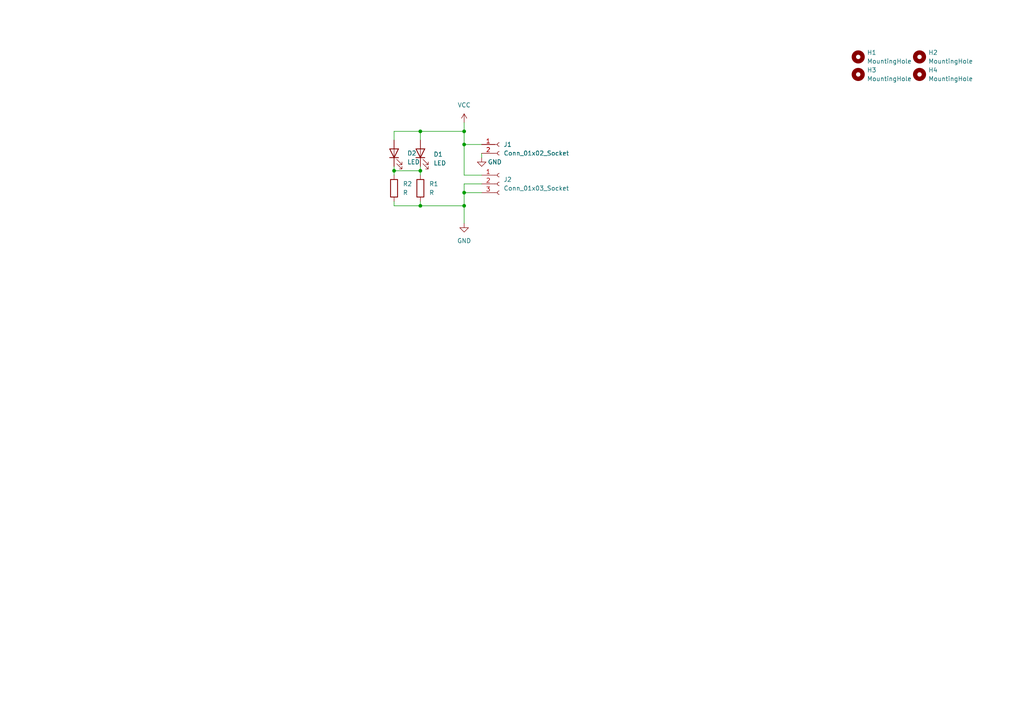
<source format=kicad_sch>
(kicad_sch (version 20230121) (generator eeschema)
  (paper "A4")
  (lib_symbols
    (symbol "Connector:Conn_01x02_Socket" (pin_names (offset 1.016) hide)
      (property "Reference" "J" (at 0 2.54 0))
      (property "Value" "Conn_01x02_Socket" (at 0 -5.08 0))
      (symbol "Conn_01x02_Socket_1_1"
        (arc (start 0 -2.032) (mid -0.5058 -2.54) (end 0 -3.048) (stroke (width 0.1524)))
        (polyline (pts (xy -1.27 -2.54) (xy -0.508 -2.54)) (stroke (width 0.1524)))
        (polyline (pts (xy -1.27 0) (xy -0.508 0)) (stroke (width 0.1524)))
        (arc (start 0 0.508) (mid -0.5058 0) (end 0 -0.508) (stroke (width 0.1524)))
        (pin passive line (at -5.08 0 0) (length 3.81) (name "Pin_1") (number "1"))
        (pin passive line (at -5.08 -2.54 0) (length 3.81) (name "Pin_2") (number "2"))
      )
    )
    (symbol "Connector:Conn_01x03_Socket" (pin_names (offset 1.016) hide)
      (property "Reference" "J" (at 0 5.08 0))
      (property "Value" "Conn_01x03_Socket" (at 0 -5.08 0))
      (symbol "Conn_01x03_Socket_1_1"
        (arc (start 0 -2.032) (mid -0.5058 -2.54) (end 0 -3.048) (stroke (width 0.1524)))
        (polyline (pts (xy -1.27 -2.54) (xy -0.508 -2.54)) (stroke (width 0.1524)))
        (polyline (pts (xy -1.27 0) (xy -0.508 0)) (stroke (width 0.1524)))
        (polyline (pts (xy -1.27 2.54) (xy -0.508 2.54)) (stroke (width 0.1524)))
        (arc (start 0 0.508) (mid -0.5058 0) (end 0 -0.508) (stroke (width 0.1524)))
        (arc (start 0 3.048) (mid -0.5058 2.54) (end 0 2.032) (stroke (width 0.1524)))
        (pin passive line (at -5.08 2.54 0) (length 3.81) (name "Pin_1") (number "1"))
        (pin passive line (at -5.08 0 0) (length 3.81) (name "Pin_2") (number "2"))
        (pin passive line (at -5.08 -2.54 0) (length 3.81) (name "Pin_3") (number "3"))
      )
    )
    (symbol "Device:LED" (pin_numbers hide) (pin_names (offset 1.016) hide)
      (property "Reference" "D" (at 0 2.54 0))
      (property "Value" "LED" (at 0 -2.54 0))
      (symbol "LED_0_1"
        (polyline (pts (xy -1.27 -1.27) (xy -1.27 1.27)) (stroke (width 0.254)))
        (polyline (pts (xy -1.27 0) (xy 1.27 0)))
        (polyline (pts (xy 1.27 -1.27) (xy 1.27 1.27) (xy -1.27 0) (xy 1.27 -1.27)) (stroke (width 0.254)))
        (polyline (pts (xy -3.048 -0.762) (xy -4.572 -2.286) (xy -3.81 -2.286) (xy -4.572 -2.286) (xy -4.572 -1.524)))
        (polyline (pts (xy -1.778 -0.762) (xy -3.302 -2.286) (xy -2.54 -2.286) (xy -3.302 -2.286) (xy -3.302 -1.524)))
      )
      (symbol "LED_1_1"
        (pin passive line (at -3.81 0 0) (length 2.54) (name "K") (number "1"))
        (pin passive line (at 3.81 0 180) (length 2.54) (name "A") (number "2"))
      )
    )
    (symbol "Device:R" (pin_numbers hide) (pin_names (offset 0))
      (property "Reference" "R" (at 2.032 0 90))
      (property "Value" "R" (at 0 0 90))
      (symbol "R_0_1"
        (rectangle (start -1.016 -2.54) (end 1.016 2.54) (stroke (width 0.254)))
      )
      (symbol "R_1_1"
        (pin passive line (at 0 3.81 270) (length 1.27) (name "~") (number "1"))
        (pin passive line (at 0 -3.81 90) (length 1.27) (name "~") (number "2"))
      )
    )
    (symbol "Mechanical:MountingHole" (pin_names (offset 1.016))
      (property "Reference" "H" (at 0 5.08 0))
      (property "Value" "MountingHole" (at 0 3.175 0))
      (symbol "MountingHole_0_1"
        (circle (center 0 0) (radius 1.27) (stroke (width 1.27)))
      )
    )
    (symbol "power:GND" (power) (pin_names (offset 0))
      (property "Value" "GND" (at 0 -3.81 0))
      (symbol "GND_0_1"
        (polyline (pts (xy 0 0) (xy 0 -1.27) (xy 1.27 -1.27) (xy 0 -2.54) (xy -1.27 -1.27) (xy 0 -1.27)))
      )
      (symbol "GND_1_1"
        (pin power_in line (at 0 0 270) (length 0) hide (name "GND") (number "1"))
      )
    )
    (symbol "power:VCC" (power) (pin_names (offset 0))
      (property "Value" "VCC" (at 0 3.81 0))
      (symbol "VCC_0_1"
        (polyline (pts (xy -0.762 1.27) (xy 0 2.54)))
        (polyline (pts (xy 0 0) (xy 0 2.54)))
        (polyline (pts (xy 0 2.54) (xy 0.762 1.27)))
      )
      (symbol "VCC_1_1"
        (pin power_in line (at 0 0 90) (length 0) hide (name "VCC") (number "1"))
      )
    )
  )
  (junction (at 134.62 55.88))
  (junction (at 121.92 38.1))
  (junction (at 134.62 59.69))
  (junction (at 134.62 38.1))
  (junction (at 134.62 41.91))
  (junction (at 121.92 49.53))
  (junction (at 114.3 49.53))
  (junction (at 121.92 59.69))
  (wire (pts (xy 134.62 41.91) (xy 139.7 41.91)))
  (wire (pts (xy 139.7 53.34) (xy 134.62 53.34)))
  (wire (pts (xy 114.3 48.26) (xy 114.3 49.53)))
  (wire (pts (xy 121.92 59.69) (xy 121.92 58.42)))
  (wire (pts (xy 134.62 38.1) (xy 134.62 41.91)))
  (wire (pts (xy 114.3 58.42) (xy 114.3 59.69)))
  (wire (pts (xy 121.92 49.53) (xy 121.92 48.26)))
  (wire (pts (xy 121.92 38.1) (xy 134.62 38.1)))
  (wire (pts (xy 121.92 38.1) (xy 121.92 40.64)))
  (wire (pts (xy 139.7 44.45) (xy 139.7 45.72)))
  (wire (pts (xy 134.62 59.69) (xy 134.62 64.77)))
  (wire (pts (xy 114.3 38.1) (xy 121.92 38.1)))
  (wire (pts (xy 134.62 50.8) (xy 139.7 50.8)))
  (wire (pts (xy 114.3 38.1) (xy 114.3 40.64)))
  (wire (pts (xy 134.62 50.8) (xy 134.62 41.91)))
  (wire (pts (xy 134.62 55.88) (xy 134.62 59.69)))
  (wire (pts (xy 121.92 49.53) (xy 121.92 50.8)))
  (wire (pts (xy 134.62 35.56) (xy 134.62 38.1)))
  (wire (pts (xy 121.92 59.69) (xy 134.62 59.69)))
  (wire (pts (xy 114.3 49.53) (xy 121.92 49.53)))
  (wire (pts (xy 134.62 55.88) (xy 139.7 55.88)))
  (wire (pts (xy 134.62 53.34) (xy 134.62 55.88)))
  (wire (pts (xy 114.3 49.53) (xy 114.3 50.8)))
  (wire (pts (xy 114.3 59.69) (xy 121.92 59.69)))
  (symbol (lib_id "power:VCC") (at 134.62 35.56 0) (unit 1)
    (property "Reference" "#PWR01" (effects hide))
    (property "Value" "VCC" (at 134.62 30.48 0))
  )
  (symbol (lib_id "Connector:Conn_01x02_Socket") (at 144.78 41.91 0) (unit 1)
    (property "Reference" "J1" (at 146.05 41.91 0) (effects (justify left)))
    (property "Value" "Conn_01x02_Socket" (at 146.05 44.45 0) (effects (justify left)))
    (property "Footprint" "Connector_TE-Connectivity:TE_826576-2_1x02_P3.96mm_Vertical" (effects hide))
  )
  (symbol (lib_id "power:GND") (at 134.62 64.77 0) (unit 1)
    (property "Reference" "#PWR02" (effects hide))
    (property "Value" "GND" (at 134.62 69.85 0))
  )
  (symbol (lib_id "Mechanical:MountingHole") (at 266.7 16.51 0) (unit 1)
    (property "Reference" "H2" (at 269.24 15.24 0) (effects (justify left)))
    (property "Value" "MountingHole" (at 269.24 17.78 0) (effects (justify left)))
    (property "Footprint" "MountingHole:MountingHole_3mm" (effects hide))
  )
  (symbol (lib_id "power:GND") (at 139.7 45.72 0) (unit 1)
    (property "Reference" "#PWR03" (effects hide))
    (property "Value" "GND" (at 143.51 46.99 0))
  )
  (symbol (lib_id "Device:LED") (at 114.3 44.45 90) (unit 1)
    (property "Reference" "D2" (at 118.11 44.45 90) (effects (justify right)))
    (property "Value" "LED" (at 118.11 46.99 90) (effects (justify right)))
    (property "Footprint" "LED_THT:LED_D5.0mm" (effects hide))
  )
  (symbol (lib_id "Mechanical:MountingHole") (at 248.92 16.51 0) (unit 1)
    (property "Reference" "H1" (at 251.46 15.24 0) (effects (justify left)))
    (property "Value" "MountingHole" (at 251.46 17.78 0) (effects (justify left)))
    (property "Footprint" "MountingHole:MountingHole_3mm" (effects hide))
  )
  (symbol (lib_id "Device:R") (at 121.92 54.61 0) (unit 1)
    (property "Reference" "R1" (at 124.46 53.34 0) (effects (justify left)))
    (property "Value" "R" (at 124.46 55.88 0) (effects (justify left)))
    (property "Footprint" "Resistor_THT:R_Axial_DIN0309_L9.0mm_D3.2mm_P25.40mm_Horizontal" (effects hide))
  )
  (symbol (lib_id "Connector:Conn_01x03_Socket") (at 144.78 53.34 0) (unit 1)
    (property "Reference" "J2" (at 146.05 52.07 0) (effects (justify left)))
    (property "Value" "Conn_01x03_Socket" (at 146.05 54.61 0) (effects (justify left)))
    (property "Footprint" "Connector_BarrelJack:BarrelJack_Horizontal" (effects hide))
  )
  (symbol (lib_id "Device:R") (at 114.3 54.61 0) (unit 1)
    (property "Reference" "R2" (at 116.84 53.34 0) (effects (justify left)))
    (property "Value" "R" (at 116.84 55.88 0) (effects (justify left)))
    (property "Footprint" "Resistor_SMD:R_0805_2012Metric_Pad1.20x1.40mm_HandSolder" (effects hide))
  )
  (symbol (lib_id "Mechanical:MountingHole") (at 248.92 21.59 0) (unit 1)
    (property "Reference" "H3" (at 251.46 20.32 0) (effects (justify left)))
    (property "Value" "MountingHole" (at 251.46 22.86 0) (effects (justify left)))
    (property "Footprint" "MountingHole:MountingHole_3mm" (effects hide))
  )
  (symbol (lib_id "Mechanical:MountingHole") (at 266.7 21.59 0) (unit 1)
    (property "Reference" "H4" (at 269.24 20.32 0) (effects (justify left)))
    (property "Value" "MountingHole" (at 269.24 22.86 0) (effects (justify left)))
    (property "Footprint" "MountingHole:MountingHole_3mm" (effects hide))
  )
  (symbol (lib_id "Device:LED") (at 121.92 44.45 90) (unit 1)
    (property "Reference" "D1" (at 125.73 44.7675 90) (effects (justify right)))
    (property "Value" "LED" (at 125.73 47.3075 90) (effects (justify right)))
    (property "Footprint" "LED_SMD:LED_2010_5025Metric_Pad1.52x2.65mm_HandSolder" (effects hide))
  )
)
</source>
